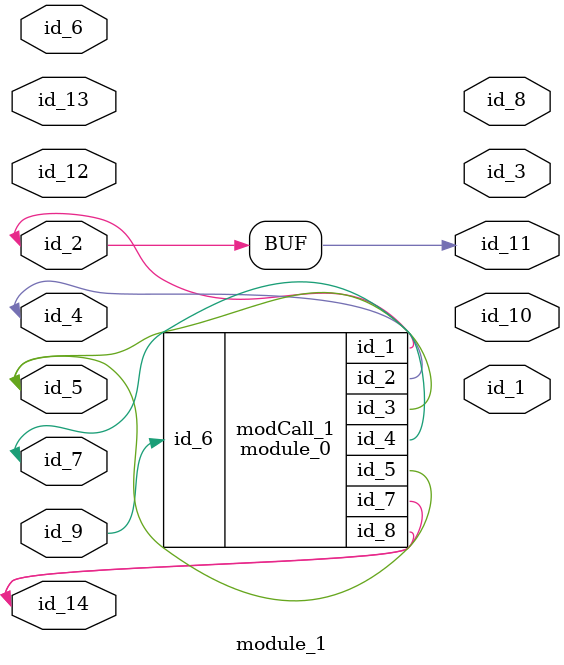
<source format=v>
module module_0 (
    id_1,
    id_2,
    id_3,
    id_4,
    id_5,
    id_6,
    id_7,
    id_8
);
  inout wire id_8;
  output wire id_7;
  input wire id_6;
  output wire id_5;
  inout wire id_4;
  output wire id_3;
  inout wire id_2;
  inout wire id_1;
  assign id_3 = id_2;
  supply0 id_9;
  assign id_9 = -1 * -1;
endmodule
module module_1 (
    id_1,
    id_2,
    id_3,
    id_4,
    id_5,
    id_6,
    id_7,
    id_8,
    id_9,
    id_10,
    id_11,
    id_12,
    id_13,
    id_14
);
  inout wire id_14;
  input wire id_13;
  inout wire id_12;
  output wire id_11;
  output wire id_10;
  input wire id_9;
  output wire id_8;
  inout wire id_7;
  module_0 modCall_1 (
      id_2,
      id_4,
      id_5,
      id_7,
      id_5,
      id_9,
      id_14,
      id_14
  );
  input wire id_6;
  inout wire id_5;
  inout wire id_4;
  output wire id_3;
  inout wire id_2;
  output wire id_1;
  assign id_11 = id_2;
endmodule

</source>
